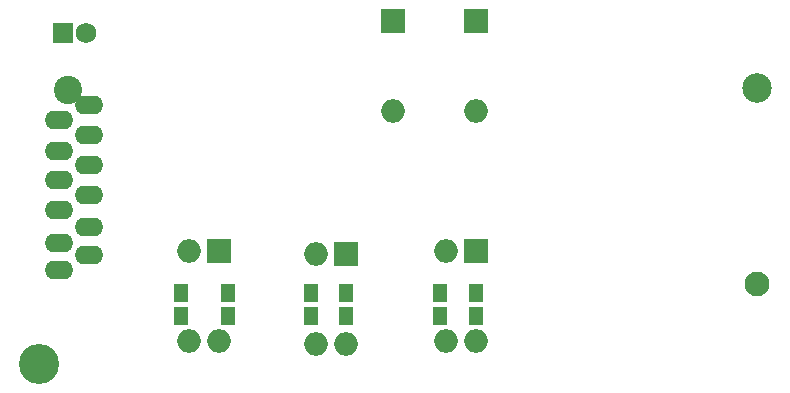
<source format=gbr>
G04 #@! TF.FileFunction,Soldermask,Bot*
%FSLAX46Y46*%
G04 Gerber Fmt 4.6, Leading zero omitted, Abs format (unit mm)*
G04 Created by KiCad (PCBNEW 4.0.4+e1-6308~48~ubuntu14.04.1-stable) date Wed Jan  4 17:00:53 2017*
%MOMM*%
%LPD*%
G01*
G04 APERTURE LIST*
%ADD10C,0.100000*%
%ADD11R,1.750000X1.750000*%
%ADD12C,1.750000*%
%ADD13R,1.150000X1.600000*%
%ADD14C,2.500000*%
%ADD15C,2.100000*%
%ADD16C,3.400000*%
%ADD17R,2.000000X2.000000*%
%ADD18O,2.000000X2.000000*%
%ADD19O,2.400000X1.600000*%
%ADD20C,2.400000*%
G04 APERTURE END LIST*
D10*
D11*
X154000000Y-93000000D03*
D12*
X156000000Y-93000000D03*
D13*
X189000000Y-115050000D03*
X189000000Y-116950000D03*
X186000000Y-115050000D03*
X186000000Y-116950000D03*
X168000000Y-115050000D03*
X168000000Y-116950000D03*
X164000000Y-115050000D03*
X164000000Y-116950000D03*
X178000000Y-115050000D03*
X178000000Y-116950000D03*
X175000000Y-115050000D03*
X175000000Y-116950000D03*
D14*
X212800000Y-97700000D03*
D15*
X212800000Y-114300000D03*
D16*
X152000000Y-121000000D03*
D17*
X167250000Y-111500000D03*
D18*
X164710000Y-119120000D03*
X164710000Y-111500000D03*
X167250000Y-119120000D03*
D17*
X189000000Y-92000000D03*
D18*
X189000000Y-99620000D03*
D17*
X178000000Y-111750000D03*
D18*
X175460000Y-119370000D03*
X175460000Y-111750000D03*
X178000000Y-119370000D03*
D17*
X189000000Y-111500000D03*
D18*
X186460000Y-119120000D03*
X186460000Y-111500000D03*
X189000000Y-119120000D03*
D17*
X182000000Y-92000000D03*
D18*
X182000000Y-99620000D03*
D19*
X156270000Y-99150000D03*
X153730000Y-100420000D03*
X156270000Y-101690000D03*
X153730000Y-102966000D03*
X156270000Y-104230000D03*
X153730000Y-105500000D03*
X156270000Y-106770000D03*
X153730000Y-108040000D03*
X156270000Y-109400000D03*
X153730000Y-110780000D03*
X156270000Y-111850000D03*
X153730000Y-113120000D03*
D20*
X154470000Y-97800000D03*
M02*

</source>
